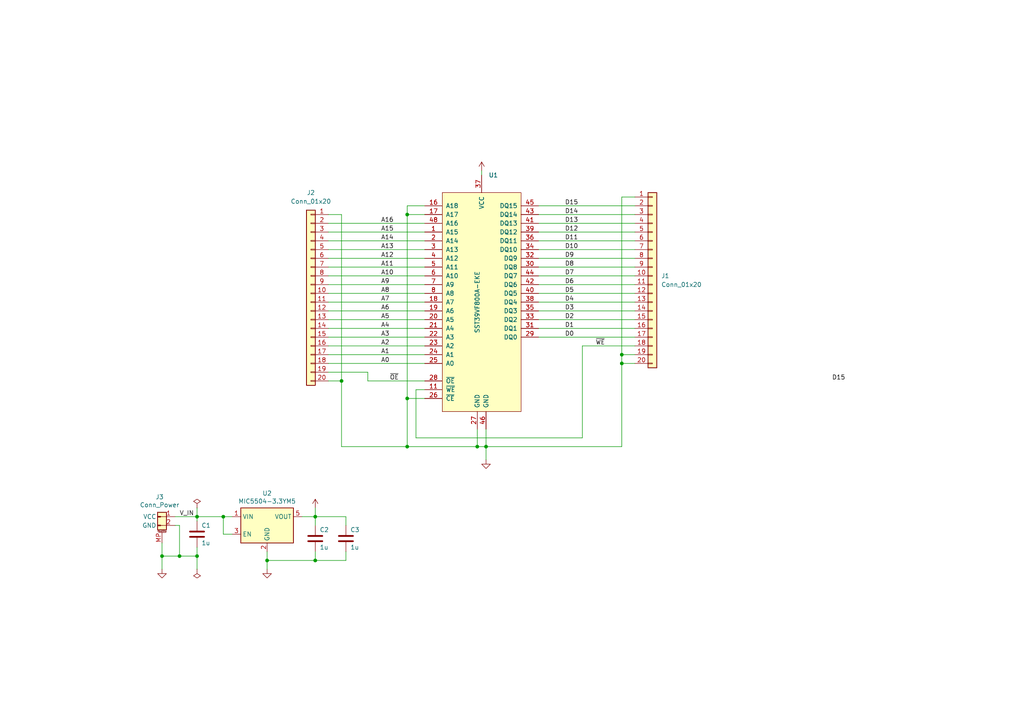
<source format=kicad_sch>
(kicad_sch (version 20211123) (generator eeschema)
  (paper "A4")
  (lib_symbols
    (symbol "Connector_Generic:Conn_01x20" (pin_names (offset 1.016) hide)
      (property "Reference" "J" (at 0 25.4 0))
      (property "Value" "Conn_01x20" (at 0 -27.94 0))
      (symbol "Conn_01x20_1_1"
        (rectangle (start -1.27 -25.273) (end 0 -25.527) (stroke (width 0.1524)))
        (rectangle (start -1.27 -22.733) (end 0 -22.987) (stroke (width 0.1524)))
        (rectangle (start -1.27 -20.193) (end 0 -20.447) (stroke (width 0.1524)))
        (rectangle (start -1.27 -17.653) (end 0 -17.907) (stroke (width 0.1524)))
        (rectangle (start -1.27 -15.113) (end 0 -15.367) (stroke (width 0.1524)))
        (rectangle (start -1.27 -12.573) (end 0 -12.827) (stroke (width 0.1524)))
        (rectangle (start -1.27 -10.033) (end 0 -10.287) (stroke (width 0.1524)))
        (rectangle (start -1.27 -7.493) (end 0 -7.747) (stroke (width 0.1524)))
        (rectangle (start -1.27 -4.953) (end 0 -5.207) (stroke (width 0.1524)))
        (rectangle (start -1.27 -2.413) (end 0 -2.667) (stroke (width 0.1524)))
        (rectangle (start -1.27 0.127) (end 0 -0.127) (stroke (width 0.1524)))
        (rectangle (start -1.27 2.667) (end 0 2.413) (stroke (width 0.1524)))
        (rectangle (start -1.27 5.207) (end 0 4.953) (stroke (width 0.1524)))
        (rectangle (start -1.27 7.747) (end 0 7.493) (stroke (width 0.1524)))
        (rectangle (start -1.27 10.287) (end 0 10.033) (stroke (width 0.1524)))
        (rectangle (start -1.27 12.827) (end 0 12.573) (stroke (width 0.1524)))
        (rectangle (start -1.27 15.367) (end 0 15.113) (stroke (width 0.1524)))
        (rectangle (start -1.27 17.907) (end 0 17.653) (stroke (width 0.1524)))
        (rectangle (start -1.27 20.447) (end 0 20.193) (stroke (width 0.1524)))
        (rectangle (start -1.27 22.987) (end 0 22.733) (stroke (width 0.1524)))
        (rectangle (start -1.27 24.13) (end 1.27 -26.67) (stroke (width 0.254)) (fill (type background)))
        (pin passive line (at -5.08 22.86 0) (length 3.81) (name "Pin_1") (number "1"))
        (pin passive line (at -5.08 0 0) (length 3.81) (name "Pin_10") (number "10"))
        (pin passive line (at -5.08 -2.54 0) (length 3.81) (name "Pin_11") (number "11"))
        (pin passive line (at -5.08 -5.08 0) (length 3.81) (name "Pin_12") (number "12"))
        (pin passive line (at -5.08 -7.62 0) (length 3.81) (name "Pin_13") (number "13"))
        (pin passive line (at -5.08 -10.16 0) (length 3.81) (name "Pin_14") (number "14"))
        (pin passive line (at -5.08 -12.7 0) (length 3.81) (name "Pin_15") (number "15"))
        (pin passive line (at -5.08 -15.24 0) (length 3.81) (name "Pin_16") (number "16"))
        (pin passive line (at -5.08 -17.78 0) (length 3.81) (name "Pin_17") (number "17"))
        (pin passive line (at -5.08 -20.32 0) (length 3.81) (name "Pin_18") (number "18"))
        (pin passive line (at -5.08 -22.86 0) (length 3.81) (name "Pin_19") (number "19"))
        (pin passive line (at -5.08 20.32 0) (length 3.81) (name "Pin_2") (number "2"))
        (pin passive line (at -5.08 -25.4 0) (length 3.81) (name "Pin_20") (number "20"))
        (pin passive line (at -5.08 17.78 0) (length 3.81) (name "Pin_3") (number "3"))
        (pin passive line (at -5.08 15.24 0) (length 3.81) (name "Pin_4") (number "4"))
        (pin passive line (at -5.08 12.7 0) (length 3.81) (name "Pin_5") (number "5"))
        (pin passive line (at -5.08 10.16 0) (length 3.81) (name "Pin_6") (number "6"))
        (pin passive line (at -5.08 7.62 0) (length 3.81) (name "Pin_7") (number "7"))
        (pin passive line (at -5.08 5.08 0) (length 3.81) (name "Pin_8") (number "8"))
        (pin passive line (at -5.08 2.54 0) (length 3.81) (name "Pin_9") (number "9"))
      )
    )
    (symbol "Device:C" (pin_numbers hide) (pin_names (offset 0.254))
      (property "Reference" "C" (at 0.635 2.54 0))
      (property "Value" "C" (at 0.635 -2.54 0))
      (symbol "C_0_1"
        (polyline (pts (xy -2.032 -0.762) (xy 2.032 -0.762)) (stroke (width 0.508)))
        (polyline (pts (xy -2.032 0.762) (xy 2.032 0.762)) (stroke (width 0.508)))
      )
      (symbol "C_1_1"
        (pin passive line (at 0 3.81 270) (length 2.794) (name "~") (number "1"))
        (pin passive line (at 0 -3.81 90) (length 2.794) (name "~") (number "2"))
      )
    )
    (symbol "Regulator_Linear:MIC5504-3.3YM5"
      (property "Reference" "U" (at -7.62 8.89 0))
      (property "Value" "MIC5504-3.3YM5" (at -7.62 6.35 0))
      (symbol "MIC5504-3.3YM5_0_1"
        (rectangle (start -7.62 -5.08) (end 7.62 5.08) (stroke (width 0.254)) (fill (type background)))
      )
      (symbol "MIC5504-3.3YM5_1_1"
        (pin power_in line (at -10.16 2.54 0) (length 2.54) (name "VIN") (number "1"))
        (pin power_in line (at 0 -7.62 90) (length 2.54) (name "GND") (number "2"))
        (pin input line (at -10.16 -2.54 0) (length 2.54) (name "EN") (number "3"))
        (pin no_connect line (at 7.62 -2.54 180) (length 2.54) hide (name "NC") (number "4"))
        (pin power_out line (at 10.16 2.54 180) (length 2.54) (name "VOUT") (number "5"))
      )
    )
    (symbol "power:GND" (power) (pin_names (offset 0))
      (property "Value" "GND" (at 0 -3.81 0))
      (symbol "GND_0_1"
        (polyline (pts (xy 0 0) (xy 0 -1.27) (xy 1.27 -1.27) (xy 0 -2.54) (xy -1.27 -1.27) (xy 0 -1.27)))
      )
      (symbol "GND_1_1"
        (pin power_in line (at 0 0 270) (length 0) hide (name "GND") (number "1"))
      )
    )
    (symbol "power:PWR_FLAG" (power) (pin_numbers hide) (pin_names (offset 0) hide)
      (property "Value" "PWR_FLAG" (at 0 3.81 0))
      (symbol "PWR_FLAG_0_0"
        (pin power_out line (at 0 0 90) (length 0) (name "pwr") (number "1"))
      )
      (symbol "PWR_FLAG_0_1"
        (polyline (pts (xy 0 0) (xy 0 1.27) (xy -1.016 1.905) (xy 0 2.54) (xy 1.016 1.905) (xy 0 1.27)))
      )
    )
    (symbol "power:VCC" (power) (pin_names (offset 0))
      (property "Value" "VCC" (at 0 3.81 0))
      (symbol "VCC_0_1"
        (polyline (pts (xy -0.762 1.27) (xy 0 2.54)))
        (polyline (pts (xy 0 0) (xy 0 2.54)))
        (polyline (pts (xy 0 2.54) (xy 0.762 1.27)))
      )
      (symbol "VCC_1_1"
        (pin power_in line (at 0 0 90) (length 0) hide (name "VCC") (number "1"))
      )
    )
    (symbol "riscv-serial:Conn_Power" (pin_names (offset 1.651))
      (property "Reference" "J" (at -5.08 -5.08 0))
      (property "Value" "Conn_Power" (at -7.62 0 90))
      (symbol "Conn_Power_1_1"
        (rectangle (start -1.27 2.54) (end 1.27 -2.54) (stroke (width 0.254)) (fill (type background)))
        (rectangle (start -0.4064 -1.143) (end -1.27 -1.397) (stroke (width 0.1524)) (fill (type outline)))
        (rectangle (start -0.4064 1.397) (end -1.27 1.143) (stroke (width 0.1524)) (fill (type outline)))
        (polyline (pts (xy -1.016 -3.302) (xy 1.016 -3.302)) (stroke (width 0.1524)))
        (polyline (pts (xy 0 -1.27) (xy -0.4064 -1.27)) (stroke (width 0.1524)))
        (polyline (pts (xy 0 1.27) (xy -0.4064 1.27)) (stroke (width 0.1524)))
        (text "Mounting" (at 0 -2.921 0) (effects (font (size 0.381 0.381))))
        (pin passive line (at 3.81 1.27 180) (length 3.81) (name "VCC") (number "1"))
        (pin passive line (at 3.81 -1.27 180) (length 3.81) (name "GND") (number "2"))
        (pin passive line (at 0 -6.35 90) (length 3.048) (name "~") (number "MP"))
      )
    )
    (symbol "riscv-serial:SST39VF800A-EKE" (pin_names (offset 1.016))
      (property "Reference" "U" (at 10.16 -33.02 0))
      (property "Value" "SST39VF800A-EKE" (at 0 0 90))
      (symbol "SST39VF800A-EKE_0_1"
        (rectangle (start -11.43 31.75) (end 11.43 -31.75) (fill (type background)))
      )
      (symbol "SST39VF800A-EKE_1_0"
        (pin input line (at -16.51 20.32 0) (length 5.08) (name "A15") (number "1"))
        (pin no_connect line (at 16.51 -26.67 180) (length 5.08) hide (name "NC") (number "10"))
        (pin input line (at -16.51 -25.4 0) (length 5.08) (name "~{WE}") (number "11"))
        (pin no_connect line (at 16.51 -24.13 180) (length 5.08) hide (name "NC") (number "12"))
        (pin no_connect line (at 16.51 -21.59 180) (length 5.08) hide (name "NC") (number "13"))
        (pin no_connect line (at 16.51 -19.05 180) (length 5.08) hide (name "NC") (number "14"))
        (pin no_connect line (at 16.51 -16.51 180) (length 5.08) hide (name "NC") (number "15"))
        (pin input line (at -16.51 27.94 0) (length 5.08) (name "A18") (number "16"))
        (pin input line (at -16.51 25.4 0) (length 5.08) (name "A17") (number "17"))
        (pin input line (at -16.51 0 0) (length 5.08) (name "A7") (number "18"))
        (pin input line (at -16.51 -2.54 0) (length 5.08) (name "A6") (number "19"))
        (pin input line (at -16.51 17.78 0) (length 5.08) (name "A14") (number "2"))
        (pin input line (at -16.51 -5.08 0) (length 5.08) (name "A5") (number "20"))
        (pin input line (at -16.51 -7.62 0) (length 5.08) (name "A4") (number "21"))
        (pin input line (at -16.51 -10.16 0) (length 5.08) (name "A3") (number "22"))
        (pin input line (at -16.51 -12.7 0) (length 5.08) (name "A2") (number "23"))
        (pin input line (at -16.51 -15.24 0) (length 5.08) (name "A1") (number "24"))
        (pin input line (at -16.51 -17.78 0) (length 5.08) (name "A0") (number "25"))
        (pin input line (at -16.51 -27.94 0) (length 5.08) (name "~{CE}") (number "26"))
        (pin power_in line (at -1.27 -36.83 90) (length 5.08) (name "GND") (number "27"))
        (pin input line (at -16.51 -22.86 0) (length 5.08) (name "~{OE}") (number "28"))
        (pin passive line (at 16.51 -10.16 180) (length 5.08) (name "DQ0") (number "29"))
        (pin input line (at -16.51 15.24 0) (length 5.08) (name "A13") (number "3"))
        (pin passive line (at 16.51 10.16 180) (length 5.08) (name "DQ8") (number "30"))
        (pin passive line (at 16.51 -7.62 180) (length 5.08) (name "DQ1") (number "31"))
        (pin passive line (at 16.51 12.7 180) (length 5.08) (name "DQ9") (number "32"))
        (pin passive line (at 16.51 -5.08 180) (length 5.08) (name "DQ2") (number "33"))
        (pin passive line (at 16.51 15.24 180) (length 5.08) (name "DQ10") (number "34"))
        (pin passive line (at 16.51 -2.54 180) (length 5.08) (name "DQ3") (number "35"))
        (pin passive line (at 16.51 17.78 180) (length 5.08) (name "DQ11") (number "36"))
        (pin power_in line (at 0 36.83 270) (length 5.08) (name "VCC") (number "37"))
        (pin passive line (at 16.51 0 180) (length 5.08) (name "DQ4") (number "38"))
        (pin passive line (at 16.51 20.32 180) (length 5.08) (name "DQ12") (number "39"))
        (pin input line (at -16.51 12.7 0) (length 5.08) (name "A12") (number "4"))
        (pin passive line (at 16.51 2.54 180) (length 5.08) (name "DQ5") (number "40"))
        (pin passive line (at 16.51 22.86 180) (length 5.08) (name "DQ13") (number "41"))
        (pin passive line (at 16.51 5.08 180) (length 5.08) (name "DQ6") (number "42"))
        (pin passive line (at 16.51 25.4 180) (length 5.08) (name "DQ14") (number "43"))
        (pin passive line (at 16.51 7.62 180) (length 5.08) (name "DQ7") (number "44"))
        (pin passive line (at 16.51 27.94 180) (length 5.08) (name "DQ15") (number "45"))
        (pin power_in line (at 1.27 -36.83 90) (length 5.08) (name "GND") (number "46"))
        (pin no_connect line (at 16.51 -13.97 180) (length 5.08) hide (name "NC") (number "47"))
        (pin input line (at -16.51 22.86 0) (length 5.08) (name "A16") (number "48"))
        (pin input line (at -16.51 10.16 0) (length 5.08) (name "A11") (number "5"))
        (pin input line (at -16.51 7.62 0) (length 5.08) (name "A10") (number "6"))
        (pin input line (at -16.51 5.08 0) (length 5.08) (name "A9") (number "7"))
        (pin input line (at -16.51 2.54 0) (length 5.08) (name "A8") (number "8"))
        (pin no_connect line (at 16.51 -29.21 180) (length 5.08) hide (name "NC") (number "9"))
      )
    )
  )
  (junction (at 118.11 129.54))
  (junction (at 52.07 161.29))
  (junction (at 77.47 162.56))
  (junction (at 57.15 149.86))
  (junction (at 118.11 115.57))
  (junction (at 138.43 129.54))
  (junction (at 118.11 62.23))
  (junction (at 64.77 149.86))
  (junction (at 180.34 102.87))
  (junction (at 57.15 161.29))
  (junction (at 46.99 161.29))
  (junction (at 91.44 149.86))
  (junction (at 140.97 129.54))
  (junction (at 91.44 162.56))
  (junction (at 180.34 105.41))
  (junction (at 99.06 110.49))
  (wire (pts (xy 118.11 62.23) (xy 118.11 59.69)))
  (wire (pts (xy 95.25 74.93) (xy 123.19 74.93)))
  (wire (pts (xy 91.44 160.02) (xy 91.44 162.56)))
  (wire (pts (xy 123.19 113.03) (xy 120.65 113.03)))
  (wire (pts (xy 95.25 95.25) (xy 123.19 95.25)))
  (wire (pts (xy 99.06 129.54) (xy 118.11 129.54)))
  (wire (pts (xy 106.68 110.49) (xy 123.19 110.49)))
  (wire (pts (xy 118.11 129.54) (xy 138.43 129.54)))
  (wire (pts (xy 57.15 149.86) (xy 57.15 151.13)))
  (wire (pts (xy 95.25 87.63) (xy 123.19 87.63)))
  (wire (pts (xy 95.25 69.85) (xy 123.19 69.85)))
  (wire (pts (xy 57.15 161.29) (xy 52.07 161.29)))
  (wire (pts (xy 138.43 124.46) (xy 138.43 129.54)))
  (wire (pts (xy 118.11 115.57) (xy 118.11 62.23)))
  (wire (pts (xy 99.06 62.23) (xy 99.06 110.49)))
  (wire (pts (xy 118.11 115.57) (xy 118.11 129.54)))
  (wire (pts (xy 99.06 110.49) (xy 99.06 129.54)))
  (wire (pts (xy 95.25 100.33) (xy 123.19 100.33)))
  (wire (pts (xy 156.21 64.77) (xy 184.15 64.77)))
  (wire (pts (xy 46.99 165.1) (xy 46.99 161.29)))
  (wire (pts (xy 156.21 72.39) (xy 184.15 72.39)))
  (wire (pts (xy 77.47 162.56) (xy 77.47 165.1)))
  (wire (pts (xy 156.21 77.47) (xy 184.15 77.47)))
  (wire (pts (xy 118.11 62.23) (xy 123.19 62.23)))
  (wire (pts (xy 67.31 154.94) (xy 64.77 154.94)))
  (wire (pts (xy 118.11 59.69) (xy 123.19 59.69)))
  (wire (pts (xy 64.77 154.94) (xy 64.77 149.86)))
  (wire (pts (xy 91.44 149.86) (xy 100.33 149.86)))
  (wire (pts (xy 95.25 80.01) (xy 123.19 80.01)))
  (wire (pts (xy 156.21 97.79) (xy 184.15 97.79)))
  (wire (pts (xy 156.21 69.85) (xy 184.15 69.85)))
  (wire (pts (xy 123.19 115.57) (xy 118.11 115.57)))
  (wire (pts (xy 57.15 158.75) (xy 57.15 161.29)))
  (wire (pts (xy 57.15 161.29) (xy 57.15 165.1)))
  (wire (pts (xy 156.21 80.01) (xy 184.15 80.01)))
  (wire (pts (xy 156.21 67.31) (xy 184.15 67.31)))
  (wire (pts (xy 57.15 149.86) (xy 50.8 149.86)))
  (wire (pts (xy 57.15 147.32) (xy 57.15 149.86)))
  (wire (pts (xy 139.7 49.53) (xy 139.7 50.8)))
  (wire (pts (xy 180.34 102.87) (xy 180.34 57.15)))
  (wire (pts (xy 156.21 87.63) (xy 184.15 87.63)))
  (wire (pts (xy 140.97 124.46) (xy 140.97 129.54)))
  (wire (pts (xy 156.21 92.71) (xy 184.15 92.71)))
  (wire (pts (xy 106.68 107.95) (xy 106.68 110.49)))
  (wire (pts (xy 95.25 102.87) (xy 123.19 102.87)))
  (wire (pts (xy 95.25 72.39) (xy 123.19 72.39)))
  (wire (pts (xy 95.25 92.71) (xy 123.19 92.71)))
  (wire (pts (xy 168.91 100.33) (xy 168.91 127)))
  (wire (pts (xy 156.21 59.69) (xy 184.15 59.69)))
  (wire (pts (xy 77.47 160.02) (xy 77.47 162.56)))
  (wire (pts (xy 100.33 162.56) (xy 91.44 162.56)))
  (wire (pts (xy 156.21 74.93) (xy 184.15 74.93)))
  (wire (pts (xy 95.25 67.31) (xy 123.19 67.31)))
  (wire (pts (xy 156.21 85.09) (xy 184.15 85.09)))
  (wire (pts (xy 52.07 152.4) (xy 52.07 161.29)))
  (wire (pts (xy 140.97 129.54) (xy 140.97 133.35)))
  (wire (pts (xy 64.77 149.86) (xy 57.15 149.86)))
  (wire (pts (xy 50.8 152.4) (xy 52.07 152.4)))
  (wire (pts (xy 120.65 113.03) (xy 120.65 127)))
  (wire (pts (xy 156.21 95.25) (xy 184.15 95.25)))
  (wire (pts (xy 180.34 102.87) (xy 180.34 105.41)))
  (wire (pts (xy 95.25 90.17) (xy 123.19 90.17)))
  (wire (pts (xy 91.44 147.32) (xy 91.44 149.86)))
  (wire (pts (xy 100.33 160.02) (xy 100.33 162.56)))
  (wire (pts (xy 95.25 97.79) (xy 123.19 97.79)))
  (wire (pts (xy 100.33 149.86) (xy 100.33 152.4)))
  (wire (pts (xy 180.34 57.15) (xy 184.15 57.15)))
  (wire (pts (xy 91.44 149.86) (xy 87.63 149.86)))
  (wire (pts (xy 91.44 149.86) (xy 91.44 152.4)))
  (wire (pts (xy 91.44 162.56) (xy 77.47 162.56)))
  (wire (pts (xy 95.25 62.23) (xy 99.06 62.23)))
  (wire (pts (xy 156.21 62.23) (xy 184.15 62.23)))
  (wire (pts (xy 95.25 77.47) (xy 123.19 77.47)))
  (wire (pts (xy 95.25 82.55) (xy 123.19 82.55)))
  (wire (pts (xy 46.99 161.29) (xy 52.07 161.29)))
  (wire (pts (xy 140.97 129.54) (xy 138.43 129.54)))
  (wire (pts (xy 180.34 105.41) (xy 184.15 105.41)))
  (wire (pts (xy 180.34 105.41) (xy 180.34 129.54)))
  (wire (pts (xy 46.99 157.48) (xy 46.99 161.29)))
  (wire (pts (xy 95.25 64.77) (xy 123.19 64.77)))
  (wire (pts (xy 95.25 107.95) (xy 106.68 107.95)))
  (wire (pts (xy 156.21 82.55) (xy 184.15 82.55)))
  (wire (pts (xy 140.97 129.54) (xy 180.34 129.54)))
  (wire (pts (xy 99.06 110.49) (xy 95.25 110.49)))
  (wire (pts (xy 168.91 100.33) (xy 184.15 100.33)))
  (wire (pts (xy 156.21 90.17) (xy 184.15 90.17)))
  (wire (pts (xy 95.25 105.41) (xy 123.19 105.41)))
  (wire (pts (xy 95.25 85.09) (xy 123.19 85.09)))
  (wire (pts (xy 67.31 149.86) (xy 64.77 149.86)))
  (wire (pts (xy 120.65 127) (xy 168.91 127)))
  (wire (pts (xy 180.34 102.87) (xy 184.15 102.87)))
  (label "A13" (at 110.49 72.39 0))
  (label "D15" (at 241.3 110.49 0))
  (label "A6" (at 110.49 90.17 0))
  (label "A12" (at 110.49 74.93 0))
  (label "D12" (at 163.83 67.31 0))
  (label "D2" (at 163.83 92.71 0))
  (label "A7" (at 110.49 87.63 0))
  (label "A11" (at 110.49 77.47 0))
  (label "A8" (at 110.49 85.09 0))
  (label "D3" (at 163.83 90.17 0))
  (label "A9" (at 110.49 82.55 0))
  (label "D9" (at 163.83 74.93 0))
  (label "A0" (at 110.49 105.41 0))
  (label "D8" (at 163.83 77.47 0))
  (label "A14" (at 110.49 69.85 0))
  (label "A5" (at 110.49 92.71 0))
  (label "D4" (at 163.83 87.63 0))
  (label "~{WE}" (at 172.72 100.33 0))
  (label "D10" (at 163.83 72.39 0))
  (label "D11" (at 163.83 69.85 0))
  (label "D0" (at 163.83 97.79 0))
  (label "A3" (at 110.49 97.79 0))
  (label "D1" (at 163.83 95.25 0))
  (label "D6" (at 163.83 82.55 0))
  (label "A4" (at 110.49 95.25 0))
  (label "~{OE}" (at 113.03 110.49 0))
  (label "A1" (at 110.49 102.87 0))
  (label "D15" (at 163.83 59.69 0))
  (label "D13" (at 163.83 64.77 0))
  (label "V_IN" (at 52.07 149.86 0))
  (label "A16" (at 110.49 64.77 0))
  (label "D7" (at 163.83 80.01 0))
  (label "D5" (at 163.83 85.09 0))
  (label "D14" (at 163.83 62.23 0))
  (label "A15" (at 110.49 67.31 0))
  (label "A10" (at 110.49 80.01 0))
  (label "A2" (at 110.49 100.33 0))
  (symbol (lib_id "Connector_Generic:Conn_01x20") (at 90.17 85.09 0) (mirror y) (unit 1)
    (property "Reference" "J2" (at 90.17 55.88 0))
    (property "Value" "Conn_01x20" (at 90.17 58.42 0))
    (property "Footprint" "Connector_IDC:IDC-Header_2x10_P2.54mm_Vertical" (effects hide))
  )
  (symbol (lib_id "Connector_Generic:Conn_01x20") (at 189.23 80.01 0) (unit 1)
    (property "Reference" "J1" (at 191.77 80.0099 0) (effects (justify left)))
    (property "Value" "Conn_01x20" (at 191.77 82.5499 0) (effects (justify left)))
    (property "Footprint" "Connector_IDC:IDC-Header_2x10_P2.54mm_Vertical" (effects hide))
  )
  (symbol (lib_id "power:GND") (at 140.97 133.35 0) (unit 1)
    (property "Reference" "#PWR02" (effects hide))
    (property "Value" "GND" (effects hide))
  )
  (symbol (lib_id "power:VCC") (at 91.44 147.32 0) (unit 1)
    (property "Reference" "#PWR03" (effects hide))
    (property "Value" "VCC" (effects hide))
  )
  (symbol (lib_id "power:PWR_FLAG") (at 57.15 165.1 180) (unit 1)
    (property "Reference" "#FLG02" (effects hide))
    (property "Value" "PWR_FLAG" (effects hide))
  )
  (symbol (lib_id "riscv-serial:Conn_Power") (at 46.99 151.13 0) (unit 1)
    (property "Reference" "J3" (at 46.3042 144.145 0))
    (property "Value" "Conn_Power" (at 46.3042 146.4564 0))
    (property "Footprint" "Connector_JST:JST_PH_S2B-PH-SM4-TB_1x02-1MP_P2.00mm_Horizontal" (effects hide))
  )
  (symbol (lib_id "Device:C") (at 91.44 156.21 0) (mirror x) (unit 1)
    (property "Reference" "C2" (at 92.71 153.67 0) (effects (justify left)))
    (property "Value" "1u" (at 92.71 158.75 0) (effects (justify left)))
    (property "Footprint" "Capacitor_SMD:C_0805_2012Metric_Pad1.18x1.45mm_HandSolder" (effects hide))
  )
  (symbol (lib_id "riscv-serial:SST39VF800A-EKE") (at 139.7 87.63 0) (unit 1)
    (property "Reference" "U1" (at 141.7194 50.8 0) (effects (justify left)))
    (property "Value" "SST39VF800A-EKE" (at 138.43 87.63 90))
    (property "Footprint" "Package_SO:TSOP-I-48_18.4x12mm_P0.5mm" (effects hide))
  )
  (symbol (lib_id "Regulator_Linear:MIC5504-3.3YM5") (at 77.47 152.4 0) (unit 1)
    (property "Reference" "U2" (at 77.47 143.0782 0))
    (property "Value" "MIC5504-3.3YM5" (at 77.47 145.3896 0))
    (property "Footprint" "Package_TO_SOT_SMD:SOT-23-5_HandSoldering" (effects hide))
    (property "Datasheet" "http://ww1.microchip.com/downloads/en/DeviceDoc/MIC550X.pdf" (effects hide))
  )
  (symbol (lib_id "Device:C") (at 100.33 156.21 0) (mirror x) (unit 1)
    (property "Reference" "C3" (at 101.6 153.67 0) (effects (justify left)))
    (property "Value" "1u" (at 101.6 158.75 0) (effects (justify left)))
    (property "Footprint" "Capacitor_SMD:C_0805_2012Metric_Pad1.18x1.45mm_HandSolder" (effects hide))
  )
  (symbol (lib_id "Device:C") (at 57.15 154.94 0) (mirror x) (unit 1)
    (property "Reference" "C1" (at 58.42 152.4 0) (effects (justify left)))
    (property "Value" "1u" (at 58.42 157.48 0) (effects (justify left)))
    (property "Footprint" "Capacitor_SMD:C_0805_2012Metric_Pad1.18x1.45mm_HandSolder" (effects hide))
  )
  (symbol (lib_id "power:VCC") (at 139.7 49.53 0) (unit 1)
    (property "Reference" "#PWR01" (effects hide))
    (property "Value" "VCC" (effects hide))
  )
  (symbol (lib_id "power:GND") (at 77.47 165.1 0) (unit 1)
    (property "Reference" "#PWR05" (effects hide))
    (property "Value" "GND" (effects hide))
  )
  (symbol (lib_id "power:GND") (at 46.99 165.1 0) (unit 1)
    (property "Reference" "#PWR04" (effects hide))
    (property "Value" "GND" (effects hide))
  )
  (symbol (lib_id "power:PWR_FLAG") (at 57.15 147.32 0) (unit 1)
    (property "Reference" "#FLG01" (effects hide))
    (property "Value" "PWR_FLAG" (effects hide))
  )
)
</source>
